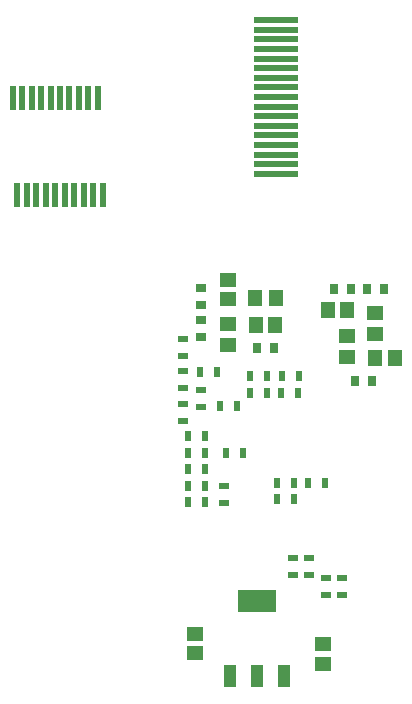
<source format=gtp>
G04 Layer_Color=8421504*
%FSAX25Y25*%
%MOIN*%
G70*
G01*
G75*
%ADD11R,0.03937X0.07284*%
%ADD12R,0.12598X0.07284*%
%ADD13R,0.01969X0.07874*%
%ADD14R,0.02362X0.03347*%
%ADD15R,0.03347X0.02362*%
%ADD16R,0.04724X0.05512*%
%ADD17R,0.05512X0.04724*%
%ADD18R,0.02559X0.03543*%
%ADD19R,0.03543X0.02559*%
%ADD20R,0.04921X0.05512*%
%ADD21R,0.05512X0.04921*%
%ADD22R,0.15000X0.02200*%
D11*
X0404579Y0168157D02*
D03*
X0413634D02*
D03*
X0422689D02*
D03*
D12*
X0413634Y0193157D02*
D03*
D13*
X0360669Y0360847D02*
D03*
X0357520Y0360847D02*
D03*
X0354370D02*
D03*
X0351220Y0360847D02*
D03*
X0348071D02*
D03*
X0344921D02*
D03*
X0341772D02*
D03*
X0332323D02*
D03*
X0333898Y0328564D02*
D03*
X0337047D02*
D03*
X0340197D02*
D03*
X0343347D02*
D03*
X0346496D02*
D03*
X0349646D02*
D03*
X0352795D02*
D03*
X0355945Y0328564D02*
D03*
X0359095D02*
D03*
X0362244Y0328564D02*
D03*
X0338622Y0360847D02*
D03*
X0335472D02*
D03*
D14*
X0427488Y0262657D02*
D03*
X0421779D02*
D03*
X0411279D02*
D03*
X0416988D02*
D03*
X0396488Y0248157D02*
D03*
X0390779D02*
D03*
X0403279Y0242657D02*
D03*
X0408988D02*
D03*
X0390779Y0237157D02*
D03*
X0396488D02*
D03*
X0421925Y0268157D02*
D03*
X0427634D02*
D03*
X0416988D02*
D03*
X0411279D02*
D03*
X0390779Y0242657D02*
D03*
X0396488D02*
D03*
Y0226157D02*
D03*
X0390779D02*
D03*
X0425988Y0232657D02*
D03*
X0420280D02*
D03*
X0401279Y0258157D02*
D03*
X0406988D02*
D03*
X0394634Y0269657D02*
D03*
X0400343D02*
D03*
X0430780Y0232657D02*
D03*
X0436488D02*
D03*
X0390779Y0231657D02*
D03*
X0396488D02*
D03*
X0420280Y0227157D02*
D03*
X0425988D02*
D03*
D15*
X0442134Y0201012D02*
D03*
Y0195303D02*
D03*
X0425634Y0201803D02*
D03*
Y0207512D02*
D03*
X0431134Y0201803D02*
D03*
Y0207512D02*
D03*
X0436634Y0195303D02*
D03*
Y0201012D02*
D03*
X0389134Y0259012D02*
D03*
Y0253303D02*
D03*
Y0274803D02*
D03*
Y0280512D02*
D03*
X0402634Y0231657D02*
D03*
Y0225949D02*
D03*
X0395134Y0263512D02*
D03*
Y0257803D02*
D03*
X0389134Y0264303D02*
D03*
Y0270012D02*
D03*
D16*
X0413091Y0294158D02*
D03*
X0420177D02*
D03*
D17*
X0404134Y0285701D02*
D03*
Y0278614D02*
D03*
X0443634Y0281701D02*
D03*
Y0274614D02*
D03*
X0453134Y0289201D02*
D03*
Y0282114D02*
D03*
D18*
X0413779Y0277657D02*
D03*
X0419488D02*
D03*
X0446279Y0266657D02*
D03*
X0451988D02*
D03*
X0444988Y0297157D02*
D03*
X0439280D02*
D03*
X0450280D02*
D03*
X0455988D02*
D03*
D19*
X0395091Y0291803D02*
D03*
Y0297512D02*
D03*
Y0287012D02*
D03*
Y0281303D02*
D03*
D20*
X0413386Y0285157D02*
D03*
X0419882D02*
D03*
X0453134Y0274157D02*
D03*
X0459630D02*
D03*
X0443882Y0290157D02*
D03*
X0437386D02*
D03*
D21*
X0404134Y0293909D02*
D03*
Y0300406D02*
D03*
X0393134Y0182405D02*
D03*
Y0175909D02*
D03*
X0435634Y0172409D02*
D03*
Y0178905D02*
D03*
D22*
X0420134Y0367657D02*
D03*
Y0370857D02*
D03*
Y0383657D02*
D03*
Y0386857D02*
D03*
Y0380457D02*
D03*
Y0377257D02*
D03*
Y0335657D02*
D03*
Y0342057D02*
D03*
Y0345257D02*
D03*
Y0354857D02*
D03*
Y0358057D02*
D03*
Y0364457D02*
D03*
Y0374057D02*
D03*
Y0348457D02*
D03*
Y0351657D02*
D03*
Y0361257D02*
D03*
Y0338857D02*
D03*
M02*

</source>
